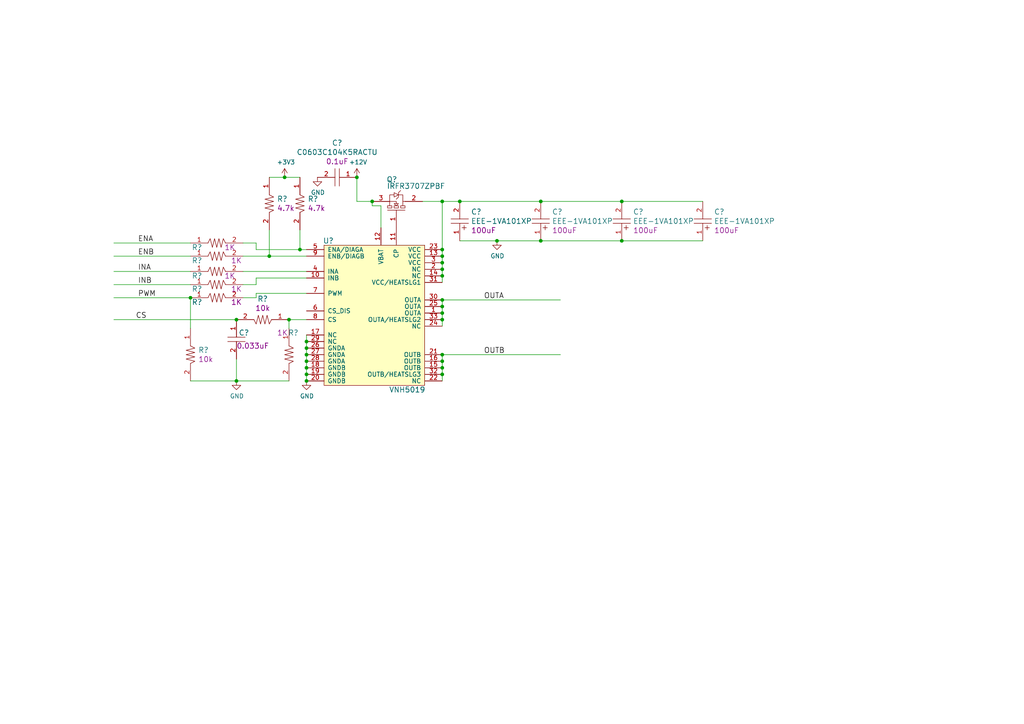
<source format=kicad_sch>
(kicad_sch (version 20230121) (generator eeschema)
  (paper "A4")
  (lib_symbols
    (symbol "Muscolo-rescue:+12V" (power) (pin_names (offset 0))
      (property "Value" "+12V" (at 0 3.556 0))
      (symbol "+12V_0_1"
        (polyline (pts (xy -0.762 1.27) (xy 0 2.54)))
        (polyline (pts (xy 0 0) (xy 0 2.54)))
        (polyline (pts (xy 0 2.54) (xy 0.762 1.27)))
      )
      (symbol "+12V_1_1"
        (pin power_in line (at 0 0 90) (length 0) hide (name "+12V") (number "1"))
      )
    )
    (symbol "Muscolo-rescue:+3.3V" (power) (pin_names (offset 0))
      (property "Value" "+3.3V" (at 0 3.556 0))
      (symbol "+3.3V_0_1"
        (polyline (pts (xy -0.762 1.27) (xy 0 2.54)))
        (polyline (pts (xy 0 0) (xy 0 2.54)))
        (polyline (pts (xy 0 2.54) (xy 0.762 1.27)))
      )
      (symbol "+3.3V_1_1"
        (pin power_in line (at 0 0 90) (length 0) hide (name "+3V3") (number "1"))
      )
    )
    (symbol "Muscolo-rescue:C0603C104K5RACTU" (pin_names (offset 1.016))
      (property "Reference" "C" (at -17.145 -1.27 0))
      (property "Value" "C0603C104K5RACTU" (at -7.62 -3.81 0))
      (property "Componen-Value" "0.1uF" (at -16.51 -6.35 0))
      (symbol "C0603C104K5RACTU_0_1"
        (polyline (pts (xy -0.635 2.54) (xy -0.635 -2.54)))
        (polyline (pts (xy 0.635 2.54) (xy 0.635 -2.54)))
      )
      (symbol "C0603C104K5RACTU_1_1"
        (pin input line (at -5.715 0 0) (length 5.08) (name "~") (number "1"))
        (pin input line (at 5.715 0 180) (length 5.08) (name "~") (number "2"))
      )
    )
    (symbol "Muscolo-rescue:EEE-1VA101XP" (pin_names (offset 1.016))
      (property "Reference" "C" (at -17.145 -1.27 0))
      (property "Value" "EEE-1VA101XP" (at -7.62 -3.81 0))
      (property "Componen-Value" "100uF" (at -16.51 -6.35 0))
      (symbol "EEE-1VA101XP_0_1"
        (polyline (pts (xy -2.54 -1.27) (xy -1.27 -1.27)))
        (polyline (pts (xy -1.905 -0.635) (xy -1.905 -1.905)))
        (polyline (pts (xy -0.635 2.54) (xy -0.635 -2.54)))
        (polyline (pts (xy 0.635 2.54) (xy 0.635 -2.54)))
      )
      (symbol "EEE-1VA101XP_1_1"
        (pin input line (at -5.715 0 0) (length 5.08) (name "~") (number "1"))
        (pin input line (at 5.715 0 180) (length 5.08) (name "~") (number "2"))
      )
    )
    (symbol "Muscolo-rescue:ERJ-3EKF1001V" (pin_names (offset 1.016))
      (property "Reference" "R" (at -7.62 8.89 0))
      (property "Value" "ERJ-3EKF1001V" (at 0 -3.81 0))
      (property "Component-Value" "1K" (at -6.985 -6.35 0))
      (symbol "ERJ-3EKF1001V_0_1"
        (polyline (pts (xy -2.54 0) (xy -1.905 1.27) (xy -1.27 -1.27) (xy -0.635 1.27) (xy 0 -1.27) (xy 0.635 1.27) (xy 1.27 -1.27) (xy 1.905 1.27) (xy 2.54 0)))
      )
      (symbol "ERJ-3EKF1001V_1_1"
        (pin input line (at -7.62 0 0) (length 5.08) (name "~") (number "1"))
        (pin input line (at 7.62 0 180) (length 5.08) (name "~") (number "2"))
      )
    )
    (symbol "Muscolo-rescue:ERJ-3GEYJ472V" (pin_names (offset 1.016))
      (property "Reference" "R" (at -7.62 8.89 0))
      (property "Value" "ERJ-3GEYJ472V" (at 0 -3.81 0))
      (property "Component-Value" "4.7k" (at -6.985 -6.35 0))
      (symbol "ERJ-3GEYJ472V_0_1"
        (polyline (pts (xy -2.54 0) (xy -1.905 1.27) (xy -1.27 -1.27) (xy -0.635 1.27) (xy 0 -1.27) (xy 0.635 1.27) (xy 1.27 -1.27) (xy 1.905 1.27) (xy 2.54 0)))
      )
      (symbol "ERJ-3GEYJ472V_1_1"
        (pin input line (at -7.62 0 0) (length 5.08) (name "~") (number "1"))
        (pin input line (at 7.62 0 180) (length 5.08) (name "~") (number "2"))
      )
    )
    (symbol "Muscolo-rescue:GND" (power) (pin_names (offset 0))
      (property "Value" "GND" (at 0 -3.81 0))
      (symbol "GND_0_1"
        (polyline (pts (xy 0 0) (xy 0 -1.27) (xy 1.27 -1.27) (xy 0 -2.54) (xy -1.27 -1.27) (xy 0 -1.27)))
      )
      (symbol "GND_1_1"
        (pin power_in line (at 0 0 270) (length 0) hide (name "GND") (number "1"))
      )
    )
    (symbol "Muscolo-rescue:IRFR3707ZPBF" (pin_names (offset 1.016))
      (property "Reference" "Q" (at -6.35 5.08 0))
      (property "Value" "IRFR3707ZPBF" (at 8.255 3.175 0))
      (symbol "IRFR3707ZPBF_0_1"
        (rectangle (start -1.27 -2.54) (end -1.905 -1.27))
        (rectangle (start -1.27 -0.635) (end -1.905 0.635))
        (rectangle (start -1.27 1.27) (end -1.905 2.54))
        (polyline (pts (xy -2.54 2.54) (xy -2.54 -2.54)))
        (polyline (pts (xy 0 1.905) (xy 0 2.54)))
        (polyline (pts (xy -1.27 1.905) (xy 1.905 1.905) (xy 1.905 0.635)))
        (polyline (pts (xy -0.635 0) (xy 0 0) (xy 0 -1.905)))
        (polyline (pts (xy 1.905 -0.635) (xy 1.905 -1.905) (xy -1.27 -1.905)))
        (polyline (pts (xy 1.905 0.635) (xy 1.27 0.635) (xy 0.635 0)))
        (polyline (pts (xy 1.905 0.635) (xy 2.54 0.635) (xy 3.175 1.27)))
        (polyline (pts (xy -1.27 0) (xy -0.635 0.635) (xy -0.635 -0.635) (xy -1.27 0)))
        (polyline (pts (xy 1.905 0.635) (xy 1.27 -0.635) (xy 2.54 -0.635) (xy 1.905 0.635)))
      )
      (symbol "IRFR3707ZPBF_1_1"
        (pin input line (at -7.62 0 0) (length 5.08) (name "~") (number "1"))
        (pin input line (at 0 7.62 270) (length 5.08) (name "~") (number "2"))
        (pin input line (at 0 -6.985 90) (length 5.08) (name "~") (number "3"))
      )
    )
    (symbol "Muscolo-rescue:RC2012F305CS" (pin_names (offset 1.016))
      (property "Reference" "R" (at -7.62 8.89 0))
      (property "Value" "RC2012F305CS" (at 0 -2.54 0))
      (property "Component-Value" "10k" (at -6.985 -6.35 0))
      (symbol "RC2012F305CS_0_1"
        (polyline (pts (xy -2.54 0) (xy -1.905 1.27) (xy -1.27 -1.27) (xy -0.635 1.27) (xy 0 -1.27) (xy 0.635 1.27) (xy 1.27 -1.27) (xy 1.905 1.27) (xy 2.54 0)))
      )
      (symbol "RC2012F305CS_1_1"
        (pin input line (at -7.62 0 0) (length 5.08) (name "~") (number "1"))
        (pin input line (at 7.62 0 180) (length 5.08) (name "~") (number "2"))
      )
    )
    (symbol "Muscolo-rescue:VJ0603Y333KXQCW1BC" (pin_names (offset 1.016))
      (property "Reference" "C" (at -17.145 -1.27 0))
      (property "Value" "VJ0603Y333KXQCW1BC" (at -7.62 -3.81 0))
      (property "Componen-Value" "0.033uF" (at -16.51 -6.35 0))
      (symbol "VJ0603Y333KXQCW1BC_0_1"
        (polyline (pts (xy -0.635 2.54) (xy -0.635 -2.54)))
        (polyline (pts (xy 0.635 2.54) (xy 0.635 -2.54)))
      )
      (symbol "VJ0603Y333KXQCW1BC_1_1"
        (pin input line (at -5.715 0 0) (length 5.08) (name "~") (number "1"))
        (pin input line (at 5.715 0 180) (length 5.08) (name "~") (number "2"))
      )
    )
    (symbol "Muscolo-rescue:VNH5019" (pin_names (offset 1.016))
      (property "Reference" "U" (at -13.335 18.415 0))
      (property "Value" "VNH5019" (at 9.525 -24.765 0))
      (symbol "VNH5019_0_1"
        (rectangle (start -14.605 17.145) (end 14.605 -23.495) (fill (type background)))
      )
      (symbol "VNH5019_1_1"
        (pin output line (at 19.685 -2.54 180) (length 5.08) (name "OUTA") (number "1"))
        (pin input line (at -19.685 7.62 0) (length 5.08) (name "INB") (number "10"))
        (pin output line (at 6.35 22.225 270) (length 5.08) (name "CP") (number "11"))
        (pin output line (at 1.905 22.225 270) (length 5.08) (name "VBAT") (number "12"))
        (pin input line (at 19.685 13.97 180) (length 5.08) (name "VCC") (number "13"))
        (pin input line (at 19.685 8.255 180) (length 5.08) (name "NC") (number "14"))
        (pin output line (at 19.685 -18.415 180) (length 5.08) (name "OUTB") (number "15"))
        (pin output line (at 19.685 -16.51 180) (length 5.08) (name "OUTB") (number "16"))
        (pin input line (at -19.685 -8.89 0) (length 5.08) (name "NC") (number "17"))
        (pin input line (at -19.685 -18.415 0) (length 5.08) (name "GNDB") (number "18"))
        (pin input line (at -19.685 -20.32 0) (length 5.08) (name "GNDB") (number "19"))
        (pin input line (at 19.685 10.16 180) (length 5.08) (name "NC") (number "2"))
        (pin input line (at -19.685 -22.225 0) (length 5.08) (name "GNDB") (number "20"))
        (pin output line (at 19.685 -14.605 180) (length 5.08) (name "OUTB") (number "21"))
        (pin output line (at 19.685 -22.225 180) (length 5.08) (name "NC") (number "22"))
        (pin input line (at 19.685 15.875 180) (length 5.08) (name "VCC") (number "23"))
        (pin output line (at 19.685 -6.35 180) (length 5.08) (name "NC") (number "24"))
        (pin output line (at 19.685 -0.635 180) (length 5.08) (name "OUTA") (number "25"))
        (pin input line (at -19.685 -12.7 0) (length 5.08) (name "GNDA") (number "26"))
        (pin input line (at -19.685 -14.605 0) (length 5.08) (name "GNDA") (number "27"))
        (pin input line (at -19.685 -16.51 0) (length 5.08) (name "GNDA") (number "28"))
        (pin input line (at -19.685 -10.795 0) (length 5.08) (name "NC") (number "29"))
        (pin input line (at 19.685 12.065 180) (length 5.08) (name "VCC") (number "3"))
        (pin output line (at 19.685 1.27 180) (length 5.08) (name "OUTA") (number "30"))
        (pin input line (at 19.685 6.35 180) (length 5.08) (name "VCC/HEATSLG1") (number "31"))
        (pin output line (at 19.685 -20.32 180) (length 5.08) (name "OUTB/HEATSLG3") (number "32"))
        (pin output line (at 19.685 -4.445 180) (length 5.08) (name "OUTA/HEATSLG2") (number "33"))
        (pin input line (at -19.685 9.525 0) (length 5.08) (name "INA") (number "4"))
        (pin input line (at -19.685 15.875 0) (length 5.08) (name "ENA/DIAGA") (number "5"))
        (pin input line (at -19.685 -1.905 0) (length 5.08) (name "CS_DIS") (number "6"))
        (pin input line (at -19.685 3.175 0) (length 5.08) (name "PWM") (number "7"))
        (pin input line (at -19.685 -4.445 0) (length 5.08) (name "CS") (number "8"))
        (pin input line (at -19.685 13.97 0) (length 5.08) (name "ENB/DIAGB") (number "9"))
      )
    )
  )
  (junction (at 128.27 86.995))
  (junction (at 128.27 102.87))
  (junction (at 68.58 92.71))
  (junction (at 88.9 99.06))
  (junction (at 88.9 108.585))
  (junction (at 55.245 86.36))
  (junction (at 128.27 90.805))
  (junction (at 86.995 72.39))
  (junction (at 68.58 110.49))
  (junction (at 144.145 69.85))
  (junction (at 180.34 58.42))
  (junction (at 83.82 92.71))
  (junction (at 88.9 102.87))
  (junction (at 128.27 104.775))
  (junction (at 128.27 92.71))
  (junction (at 78.105 74.295))
  (junction (at 128.27 80.01))
  (junction (at 128.27 58.42))
  (junction (at 128.27 74.295))
  (junction (at 88.9 100.965))
  (junction (at 107.95 58.42))
  (junction (at 88.9 110.49))
  (junction (at 180.34 69.85))
  (junction (at 128.27 106.68))
  (junction (at 128.27 78.105))
  (junction (at 88.9 104.775))
  (junction (at 156.845 69.85))
  (junction (at 128.27 76.2))
  (junction (at 156.845 58.42))
  (junction (at 128.27 108.585))
  (junction (at 133.35 58.42))
  (junction (at 128.27 88.9))
  (junction (at 82.55 51.435))
  (junction (at 103.505 51.435))
  (junction (at 128.27 72.39))
  (junction (at 88.9 106.68))
  (wire (pts (xy 74.295 70.485) (xy 74.295 72.39)))
  (wire (pts (xy 128.27 74.295) (xy 128.27 76.2)))
  (wire (pts (xy 180.34 58.42) (xy 203.835 58.42)))
  (wire (pts (xy 78.105 74.295) (xy 88.9 74.295)))
  (wire (pts (xy 55.245 86.36) (xy 55.245 95.25)))
  (wire (pts (xy 68.58 104.14) (xy 68.58 110.49)))
  (wire (pts (xy 133.35 69.85) (xy 144.145 69.85)))
  (wire (pts (xy 88.9 92.71) (xy 83.82 92.71)))
  (wire (pts (xy 128.27 102.87) (xy 128.27 104.775)))
  (wire (pts (xy 74.295 82.55) (xy 74.295 80.645)))
  (wire (pts (xy 70.485 74.295) (xy 78.105 74.295)))
  (wire (pts (xy 128.27 80.01) (xy 128.27 81.915)))
  (wire (pts (xy 86.995 72.39) (xy 88.9 72.39)))
  (wire (pts (xy 88.9 97.155) (xy 88.9 99.06)))
  (wire (pts (xy 128.27 90.805) (xy 128.27 92.71)))
  (wire (pts (xy 128.27 102.87) (xy 162.56 102.87)))
  (wire (pts (xy 128.27 108.585) (xy 128.27 110.49)))
  (wire (pts (xy 88.9 104.775) (xy 88.9 106.68)))
  (wire (pts (xy 128.27 92.71) (xy 128.27 94.615)))
  (wire (pts (xy 128.27 106.68) (xy 128.27 108.585)))
  (wire (pts (xy 83.82 110.49) (xy 68.58 110.49)))
  (wire (pts (xy 70.485 82.55) (xy 74.295 82.55)))
  (wire (pts (xy 55.245 70.485) (xy 33.02 70.485)))
  (wire (pts (xy 68.58 110.49) (xy 55.245 110.49)))
  (wire (pts (xy 55.245 74.295) (xy 33.02 74.295)))
  (wire (pts (xy 88.9 99.06) (xy 88.9 100.965)))
  (wire (pts (xy 128.27 58.42) (xy 133.35 58.42)))
  (wire (pts (xy 110.49 66.04) (xy 110.49 59.69)))
  (wire (pts (xy 128.27 58.42) (xy 128.27 72.39)))
  (wire (pts (xy 86.995 66.675) (xy 86.995 72.39)))
  (wire (pts (xy 78.105 51.435) (xy 82.55 51.435)))
  (wire (pts (xy 70.485 70.485) (xy 74.295 70.485)))
  (wire (pts (xy 128.27 86.995) (xy 162.56 86.995)))
  (wire (pts (xy 103.505 58.42) (xy 107.95 58.42)))
  (wire (pts (xy 78.105 66.675) (xy 78.105 74.295)))
  (wire (pts (xy 88.9 106.68) (xy 88.9 108.585)))
  (wire (pts (xy 133.35 58.42) (xy 156.845 58.42)))
  (wire (pts (xy 68.58 92.71) (xy 33.02 92.71)))
  (wire (pts (xy 55.245 82.55) (xy 33.02 82.55)))
  (wire (pts (xy 103.505 58.42) (xy 103.505 51.435)))
  (wire (pts (xy 107.95 59.69) (xy 107.95 58.42)))
  (wire (pts (xy 156.845 69.85) (xy 180.34 69.85)))
  (wire (pts (xy 88.9 102.87) (xy 88.9 104.775)))
  (wire (pts (xy 88.9 78.74) (xy 70.485 78.74)))
  (wire (pts (xy 180.34 69.85) (xy 203.835 69.85)))
  (wire (pts (xy 110.49 59.69) (xy 107.95 59.69)))
  (wire (pts (xy 74.295 85.09) (xy 88.9 85.09)))
  (wire (pts (xy 55.245 86.36) (xy 33.02 86.36)))
  (wire (pts (xy 122.555 58.42) (xy 128.27 58.42)))
  (wire (pts (xy 128.27 104.775) (xy 128.27 106.68)))
  (wire (pts (xy 55.245 78.74) (xy 33.02 78.74)))
  (wire (pts (xy 88.9 108.585) (xy 88.9 110.49)))
  (wire (pts (xy 74.295 80.645) (xy 88.9 80.645)))
  (wire (pts (xy 128.27 78.105) (xy 128.27 80.01)))
  (wire (pts (xy 128.27 86.995) (xy 128.27 88.9)))
  (wire (pts (xy 82.55 51.435) (xy 86.995 51.435)))
  (wire (pts (xy 128.27 76.2) (xy 128.27 78.105)))
  (wire (pts (xy 128.27 88.9) (xy 128.27 90.805)))
  (wire (pts (xy 144.145 69.85) (xy 156.845 69.85)))
  (wire (pts (xy 128.27 72.39) (xy 128.27 74.295)))
  (wire (pts (xy 70.485 86.36) (xy 74.295 86.36)))
  (wire (pts (xy 74.295 72.39) (xy 86.995 72.39)))
  (wire (pts (xy 74.295 86.36) (xy 74.295 85.09)))
  (wire (pts (xy 156.845 58.42) (xy 180.34 58.42)))
  (wire (pts (xy 88.9 100.965) (xy 88.9 102.87)))
  (wire (pts (xy 83.82 92.71) (xy 83.82 95.25)))
  (label "PWM" (at 40.005 86.36 0) (effects (font (size 1.524 1.524))))
  (label "OUTA" (at 140.335 86.995 0) (effects (font (size 1.524 1.524))))
  (label "ENB" (at 40.005 74.295 0) (effects (font (size 1.524 1.524))))
  (label "ENA" (at 40.005 70.485 0) (effects (font (size 1.524 1.524))))
  (label "OUTB" (at 140.335 102.87 0) (effects (font (size 1.524 1.524))))
  (label "INA" (at 40.005 78.74 0) (effects (font (size 1.524 1.524))))
  (label "INB" (at 40.005 82.55 0) (effects (font (size 1.524 1.524))))
  (label "CS" (at 39.37 92.71 0) (effects (font (size 1.524 1.524))))
  (symbol (lib_id "Muscolo-rescue:VNH5019") (at 108.585 88.265 0) (unit 1)
    (property "Reference" "U?" (at 95.25 69.85 0) (effects (font (size 1.524 1.524))))
    (property "Value" "VNH5019" (at 118.11 113.03 0) (effects (font (size 1.524 1.524))))
    (property "Footprint" "OnHand-Components:VNH5019ATR-E" (effects hide))
    (property "Datasheet" "http://www.st.com/content/ccc/resource/technical/document/datasheet/1c/26/60/a8/3e/70/4c/e1/CD00234623.pdf/files/CD00234623.pdf/jcr:content/translations/en.CD00234623.pdf" (effects hide))
    (property "Cost" "4.48875 @ 1000" (effects hide))
    (property "Date Created" "13 Sept 2016" (effects hide))
    (property "Date Modified" "13 Sept 2016" (effects hide))
    (property "Designer" "Adam Vadala-Roth" (effects hide))
    (property "Height" "1.85mm" (effects hide))
    (property "MFR" "STMicroelectronics" (effects hide))
    (property "MFR#" "VNH5019ATR-E" (effects hide))
    (property "Mounting" "SMT/SMD" (effects hide))
    (property "Pin Count#" "30" (effects hide))
    (property "Status" "Active" (effects hide))
    (property "Tolerance" "N/A" (effects hide))
    (property "Type" "High current H-bridge" (effects hide))
    (property "Voltage" "12-30VDC" (effects hide))
    (property "Wattage" "N/A" (effects hide))
    (property "Component-Value" "N/A" (effects hide))
    (property "Description" "Motor Driver Power MOSFET Parallel, PWM MultiPowerSO-30" (effects hide))
  )
  (symbol (lib_id "Muscolo-rescue:ERJ-3EKF1001V") (at 62.865 70.485 0) (unit 1)
    (property "Reference" "R?" (at 57.15 71.755 0) (effects (font (size 1.524 1.524))))
    (property "Value" "ERJ-3EKF1001V" (effects hide))
    (property "Footprint" "OnHand-Components:R0603" (effects hide))
    (property "Datasheet" "http://industrial.panasonic.com/www-cgi/jvcr13pz.cgi?E+PZ+3+AOA0002+ERJ3EKF1001V+7+WW" (effects hide))
    (property "Cost" "0.00247 @ 5000" (effects hide))
    (property "Date Created" "13 Sept 2016" (effects hide))
    (property "Date Modified" "13 Sept 2016" (effects hide))
    (property "Designer" "Adam Vadala-Roth" (effects hide))
    (property "Height" "0.4mm" (effects hide))
    (property "RHoS?" "Yes" (effects hide))
    (property "MFR" "Panasonic Electronic Components" (effects hide))
    (property "MFR#" "ERJ-3EKF1001V" (effects hide))
    (property "Mounting" "SMT/SMD" (effects hide))
    (property "Pin Count#" "2" (effects hide))
    (property "Status" "Active" (effects hide))
    (property "Tolerance" "1%" (effects hide))
    (property "Type" "0603 Resistor" (effects hide))
    (property "Voltage" "N/A" (effects hide))
    (property "Wattage" "1/10" (effects hide))
    (property "Component-Value" "1K" (at 66.675 71.755 0) (effects (font (size 1.524 1.524))))
    (property "Description" "RES SMD 1K OHM 1% 1/10W 0603" (effects hide))
  )
  (symbol (lib_id "Muscolo-rescue:ERJ-3EKF1001V") (at 62.865 74.295 0) (unit 1)
    (property "Reference" "R?" (at 57.15 75.565 0) (effects (font (size 1.524 1.524))))
    (property "Value" "ERJ-3EKF1001V" (effects hide))
    (property "Footprint" "OnHand-Components:R0603" (effects hide))
    (property "Datasheet" "http://industrial.panasonic.com/www-cgi/jvcr13pz.cgi?E+PZ+3+AOA0002+ERJ3EKF1001V+7+WW" (effects hide))
    (property "Cost" "0.00247 @ 5000" (effects hide))
    (property "Date Created" "13 Sept 2016" (effects hide))
    (property "Date Modified" "13 Sept 2016" (effects hide))
    (property "Designer" "Adam Vadala-Roth" (effects hide))
    (property "Height" "0.4mm" (effects hide))
    (property "RHoS?" "Yes" (effects hide))
    (property "MFR" "Panasonic Electronic Components" (effects hide))
    (property "MFR#" "ERJ-3EKF1001V" (effects hide))
    (property "Mounting" "SMT/SMD" (effects hide))
    (property "Pin Count#" "2" (effects hide))
    (property "Status" "Active" (effects hide))
    (property "Tolerance" "1%" (effects hide))
    (property "Type" "0603 Resistor" (effects hide))
    (property "Voltage" "N/A" (effects hide))
    (property "Wattage" "1/10" (effects hide))
    (property "Component-Value" "1K" (at 68.58 75.565 0) (effects (font (size 1.524 1.524))))
    (property "Description" "RES SMD 1K OHM 1% 1/10W 0603" (effects hide))
  )
  (symbol (lib_id "Muscolo-rescue:ERJ-3EKF1001V") (at 62.865 78.74 0) (unit 1)
    (property "Reference" "R?" (at 57.15 80.01 0) (effects (font (size 1.524 1.524))))
    (property "Value" "ERJ-3EKF1001V" (effects hide))
    (property "Footprint" "OnHand-Components:R0603" (effects hide))
    (property "Datasheet" "http://industrial.panasonic.com/www-cgi/jvcr13pz.cgi?E+PZ+3+AOA0002+ERJ3EKF1001V+7+WW" (effects hide))
    (property "Cost" "0.00247 @ 5000" (effects hide))
    (property "Date Created" "13 Sept 2016" (effects hide))
    (property "Date Modified" "13 Sept 2016" (effects hide))
    (property "Designer" "Adam Vadala-Roth" (effects hide))
    (property "Height" "0.4mm" (effects hide))
    (property "RHoS?" "Yes" (effects hide))
    (property "MFR" "Panasonic Electronic Components" (effects hide))
    (property "MFR#" "ERJ-3EKF1001V" (effects hide))
    (property "Mounting" "SMT/SMD" (effects hide))
    (property "Pin Count#" "2" (effects hide))
    (property "Status" "Active" (effects hide))
    (property "Tolerance" "1%" (effects hide))
    (property "Type" "0603 Resistor" (effects hide))
    (property "Voltage" "N/A" (effects hide))
    (property "Wattage" "1/10" (effects hide))
    (property "Component-Value" "1K" (at 66.675 80.01 0) (effects (font (size 1.524 1.524))))
    (property "Description" "RES SMD 1K OHM 1% 1/10W 0603" (effects hide))
  )
  (symbol (lib_id "Muscolo-rescue:ERJ-3EKF1001V") (at 62.865 82.55 0) (unit 1)
    (property "Reference" "R?" (at 57.15 83.82 0) (effects (font (size 1.524 1.524))))
    (property "Value" "ERJ-3EKF1001V" (effects hide))
    (property "Footprint" "OnHand-Components:R0603" (effects hide))
    (property "Datasheet" "http://industrial.panasonic.com/www-cgi/jvcr13pz.cgi?E+PZ+3+AOA0002+ERJ3EKF1001V+7+WW" (effects hide))
    (property "Cost" "0.00247 @ 5000" (effects hide))
    (property "Date Created" "13 Sept 2016" (effects hide))
    (property "Date Modified" "13 Sept 2016" (effects hide))
    (property "Designer" "Adam Vadala-Roth" (effects hide))
    (property "Height" "0.4mm" (effects hide))
    (property "RHoS?" "Yes" (effects hide))
    (property "MFR" "Panasonic Electronic Components" (effects hide))
    (property "MFR#" "ERJ-3EKF1001V" (effects hide))
    (property "Mounting" "SMT/SMD" (effects hide))
    (property "Pin Count#" "2" (effects hide))
    (property "Status" "Active" (effects hide))
    (property "Tolerance" "1%" (effects hide))
    (property "Type" "0603 Resistor" (effects hide))
    (property "Voltage" "N/A" (effects hide))
    (property "Wattage" "1/10" (effects hide))
    (property "Component-Value" "1K" (at 68.58 83.82 0) (effects (font (size 1.524 1.524))))
    (property "Description" "RES SMD 1K OHM 1% 1/10W 0603" (effects hide))
  )
  (symbol (lib_id "Muscolo-rescue:ERJ-3EKF1001V") (at 62.865 86.36 0) (unit 1)
    (property "Reference" "R?" (at 57.15 87.63 0) (effects (font (size 1.524 1.524))))
    (property "Value" "ERJ-3EKF1001V" (effects hide))
    (property "Footprint" "OnHand-Components:R0603" (effects hide))
    (property "Datasheet" "http://industrial.panasonic.com/www-cgi/jvcr13pz.cgi?E+PZ+3+AOA0002+ERJ3EKF1001V+7+WW" (effects hide))
    (property "Cost" "0.00247 @ 5000" (effects hide))
    (property "Date Created" "13 Sept 2016" (effects hide))
    (property "Date Modified" "13 Sept 2016" (effects hide))
    (property "Designer" "Adam Vadala-Roth" (effects hide))
    (property "Height" "0.4mm" (effects hide))
    (property "RHoS?" "Yes" (effects hide))
    (property "MFR" "Panasonic Electronic Components" (effects hide))
    (property "MFR#" "ERJ-3EKF1001V" (effects hide))
    (property "Mounting" "SMT/SMD" (effects hide))
    (property "Pin Count#" "2" (effects hide))
    (property "Status" "Active" (effects hide))
    (property "Tolerance" "1%" (effects hide))
    (property "Type" "0603 Resistor" (effects hide))
    (property "Voltage" "N/A" (effects hide))
    (property "Wattage" "1/10" (effects hide))
    (property "Component-Value" "1K" (at 68.58 87.63 0) (effects (font (size 1.524 1.524))))
    (property "Description" "RES SMD 1K OHM 1% 1/10W 0603" (effects hide))
  )
  (symbol (lib_id "Muscolo-rescue:ERJ-3GEYJ472V") (at 78.105 59.055 270) (unit 1)
    (property "Reference" "R?" (at 80.3402 57.7088 90) (effects (font (size 1.524 1.524)) (justify left)))
    (property "Value" "ERJ-3GEYJ472V" (effects hide))
    (property "Footprint" "OnHand-Components:R0603" (effects hide))
    (property "Datasheet" "http://industrial.panasonic.com/www-cgi/jvcr13pz.cgi?E+PZ+3+AOA0001+ERJ3GEYJ472V+7+WW" (effects hide))
    (property "Cost" "0.00209 @ 5000" (effects hide))
    (property "Date Created" "13 Sept 2016" (effects hide))
    (property "Date Modified" "13 Sept 2016" (effects hide))
    (property "Designer" "Adam Vadala-Roth" (effects hide))
    (property "Height" "0.55mm" (effects hide))
    (property "RHoS?" "Yes" (effects hide))
    (property "MFR" "Panasonic Electronic Components" (effects hide))
    (property "MFR#" "ERJ-3GEYJ472V" (effects hide))
    (property "Mounting" "SMT/SMD" (effects hide))
    (property "Pin Count#" "2" (effects hide))
    (property "Status" "Active" (effects hide))
    (property "Tolerance" "1%" (effects hide))
    (property "Type" "0603 Resistor" (effects hide))
    (property "Voltage" "N/A" (effects hide))
    (property "Wattage" "1/10" (effects hide))
    (property "Component-Value" "4.7k" (at 80.3402 60.4012 90) (effects (font (size 1.524 1.524)) (justify left)))
    (property "Description" "RES SMD 4.7K OHM 5% 1/10W 0603" (effects hide))
  )
  (symbol (lib_id "Muscolo-rescue:ERJ-3GEYJ472V") (at 86.995 59.055 270) (unit 1)
    (property "Reference" "R?" (at 89.2302 57.7088 90) (effects (font (size 1.524 1.524)) (justify left)))
    (property "Value" "ERJ-3GEYJ472V" (effects hide))
    (property "Footprint" "OnHand-Components:R0603" (effects hide))
    (property "Datasheet" "http://industrial.panasonic.com/www-cgi/jvcr13pz.cgi?E+PZ+3+AOA0001+ERJ3GEYJ472V+7+WW" (effects hide))
    (property "Cost" "0.00209 @ 5000" (effects hide))
    (property "Date Created" "13 Sept 2016" (effects hide))
    (property "Date Modified" "13 Sept 2016" (effects hide))
    (property "Designer" "Adam Vadala-Roth" (effects hide))
    (property "Height" "0.55mm" (effects hide))
    (property "RHoS?" "Yes" (effects hide))
    (property "MFR" "Panasonic Electronic Components" (effects hide))
    (property "MFR#" "ERJ-3GEYJ472V" (effects hide))
    (property "Mounting" "SMT/SMD" (effects hide))
    (property "Pin Count#" "2" (effects hide))
    (property "Status" "Active" (effects hide))
    (property "Tolerance" "1%" (effects hide))
    (property "Type" "0603 Resistor" (effects hide))
    (property "Voltage" "N/A" (effects hide))
    (property "Wattage" "1/10" (effects hide))
    (property "Component-Value" "4.7k" (at 89.2302 60.4012 90) (effects (font (size 1.524 1.524)) (justify left)))
    (property "Description" "RES SMD 4.7K OHM 5% 1/10W 0603" (effects hide))
  )
  (symbol (lib_id "Muscolo-rescue:+3.3V") (at 82.55 51.435 0) (unit 1)
    (property "Reference" "#PWR?" (effects hide))
    (property "Value" "+3.3V" (at 82.931 47.0408 0))
  )
  (symbol (lib_id "Muscolo-rescue:GND") (at 88.9 110.49 0) (unit 1)
    (property "Reference" "#PWR?" (effects hide))
    (property "Value" "GND" (at 89.027 114.8842 0))
  )
  (symbol (lib_id "Muscolo-rescue:RC2012F305CS") (at 55.245 102.87 270) (unit 1)
    (property "Reference" "R?" (at 57.4802 101.5238 90) (effects (font (size 1.524 1.524)) (justify left)))
    (property "Value" "RC2012F305CS" (effects hide))
    (property "Footprint" "OnHand-Components:R0603" (effects hide))
    (property "Datasheet" "http://www.mouser.com/ds/2/418/NG_DS_1773272_J-724538.pdf" (effects hide))
    (property "Cost" "0.64" (effects hide))
    (property "Date Created" "5 Oct 2016" (effects hide))
    (property "Date Modified" "5 Oct 2016" (effects hide))
    (property "Designer" "Adam Vadala-Roth" (effects hide))
    (property "Height" "0.45mm" (effects hide))
    (property "RHoS?" "Yes" (effects hide))
    (property "MFR" "TE Connectivity / Holsworthy" (effects hide))
    (property "MFR#" "RP73D1J10KBTDG" (effects hide))
    (property "Mounting" "SMT/SMD" (effects hide))
    (property "Pin Count#" "2" (effects hide))
    (property "Status" "Active" (effects hide))
    (property "Tolerance" "1%" (effects hide))
    (property "Type" "0603 Resistor" (effects hide))
    (property "Voltage" "N/A" (effects hide))
    (property "Wattage" "1/8" (effects hide))
    (property "Component-Value" "10k" (at 57.4802 104.2162 90) (effects (font (size 1.524 1.524)) (justify left)))
    (property "Description" "RES SMD 10k OHM 1% 0603" (effects hide))
  )
  (symbol (lib_id "Muscolo-rescue:GND") (at 68.58 110.49 0) (unit 1)
    (property "Reference" "#PWR?" (effects hide))
    (property "Value" "GND" (at 68.707 114.8842 0))
  )
  (symbol (lib_id "Muscolo-rescue:ERJ-3EKF1001V") (at 83.82 102.87 270) (unit 1)
    (property "Reference" "R?" (at 85.09 96.52 90) (effects (font (size 1.524 1.524))))
    (property "Value" "ERJ-3EKF1001V" (effects hide))
    (property "Footprint" "OnHand-Components:R0603" (effects hide))
    (property "Datasheet" "http://industrial.panasonic.com/www-cgi/jvcr13pz.cgi?E+PZ+3+AOA0002+ERJ3EKF1001V+7+WW" (effects hide))
    (property "Cost" "0.00247 @ 5000" (effects hide))
    (property "Date Created" "13 Sept 2016" (effects hide))
    (property "Date Modified" "13 Sept 2016" (effects hide))
    (property "Designer" "Adam Vadala-Roth" (effects hide))
    (property "Height" "0.4mm" (effects hide))
    (property "RHoS?" "Yes" (effects hide))
    (property "MFR" "Panasonic Electronic Components" (effects hide))
    (property "MFR#" "ERJ-3EKF1001V" (effects hide))
    (property "Mounting" "SMT/SMD" (effects hide))
    (property "Pin Count#" "2" (effects hide))
    (property "Status" "Active" (effects hide))
    (property "Tolerance" "1%" (effects hide))
    (property "Type" "0603 Resistor" (effects hide))
    (property "Voltage" "N/A" (effects hide))
    (property "Wattage" "1/10" (effects hide))
    (property "Component-Value" "1K" (at 81.915 96.52 90) (effects (font (size 1.524 1.524))))
    (property "Description" "RES SMD 1K OHM 1% 1/10W 0603" (effects hide))
  )
  (symbol (lib_id "Muscolo-rescue:RC2012F305CS") (at 76.2 92.71 180) (unit 1)
    (property "Reference" "R?" (at 76.2 86.6902 0) (effects (font (size 1.524 1.524))))
    (property "Value" "RC2012F305CS" (effects hide))
    (property "Footprint" "OnHand-Components:R0603" (effects hide))
    (property "Datasheet" "http://www.mouser.com/ds/2/418/NG_DS_1773272_J-724538.pdf" (effects hide))
    (property "Cost" "0.64" (effects hide))
    (property "Date Created" "5 Oct 2016" (effects hide))
    (property "Date Modified" "5 Oct 2016" (effects hide))
    (property "Designer" "Adam Vadala-Roth" (effects hide))
    (property "Height" "0.45mm" (effects hide))
    (property "RHoS?" "Yes" (effects hide))
    (property "MFR" "TE Connectivity / Holsworthy" (effects hide))
    (property "MFR#" "RP73D1J10KBTDG" (effects hide))
    (property "Mounting" "SMT/SMD" (effects hide))
    (property "Pin Count#" "2" (effects hide))
    (property "Status" "Active" (effects hide))
    (property "Tolerance" "1%" (effects hide))
    (property "Type" "0603 Resistor" (effects hide))
    (property "Voltage" "N/A" (effects hide))
    (property "Wattage" "1/8" (effects hide))
    (property "Component-Value" "10k" (at 76.2 89.3826 0) (effects (font (size 1.524 1.524))))
    (property "Description" "RES SMD 10k OHM 1% 0603" (effects hide))
  )
  (symbol (lib_id "Muscolo-rescue:VJ0603Y333KXQCW1BC") (at 68.58 98.425 270) (unit 1)
    (property "Reference" "C?" (at 69.215 96.52 90) (effects (font (size 1.524 1.524)) (justify left)))
    (property "Value" "VJ0603Y333KXQCW1BC" (effects hide))
    (property "Footprint" "OnHand-Components:C0603" (effects hide))
    (property "Datasheet" "http://www.mouser.com/ds/2/427/vjw1bcbascomseries-223529.pdf" (effects hide))
    (property "Cost" "0.018 @ 1000" (effects hide))
    (property "Date Created" "5 Oct 2016" (effects hide))
    (property "Date Modifed" "5 Oct 2016" (effects hide))
    (property "Designer" "Adam Vadala-Roth" (effects hide))
    (property "Height" "0.95mm" (effects hide))
    (property "RHoS?" "Yes" (effects hide))
    (property "MFR" "Vishay / Vitramon" (effects hide))
    (property "MFR#" "VJ0603Y333KXQCW1BC" (effects hide))
    (property "Mounting" "SMT/SMD" (effects hide))
    (property "Pin Count#" "2" (effects hide))
    (property "Status" "Active" (effects hide))
    (property "Tolerance" "10%" (effects hide))
    (property "Type" "Ceramic Capacitor 0603" (effects hide))
    (property "Voltage" "10V" (effects hide))
    (property "Wattage" "N/A" (effects hide))
    (property "Componen-Value" "0.033uF" (at 68.58 100.33 90) (effects (font (size 1.524 1.524)) (justify left)))
    (property "Description" "0.033uF 10V Multilayer Ceramic Capacitors MLCC - SMD/SMT" (effects hide))
  )
  (symbol (lib_id "Muscolo-rescue:IRFR3707ZPBF") (at 114.935 58.42 270) (mirror x) (unit 1)
    (property "Reference" "Q?" (at 113.665 52.07 90) (effects (font (size 1.524 1.524))))
    (property "Value" "IRFR3707ZPBF" (at 120.65 53.975 90) (effects (font (size 1.524 1.524))))
    (property "Footprint" "OnHand-Components:IRFR3707ZPBF" (effects hide))
    (property "Datasheet" "http://www.mouser.com/ds/2/196/Infineon-IRFR3707Z-DS-v01_02-EN-936378.pdf" (effects hide))
    (property "Cost" "0.379 @ 1000" (effects hide))
    (property "Date Created " "5 Oct 2016" (effects hide))
    (property "Date Modified" "5 Oct 2016" (effects hide))
    (property "Designer" "Adam Vadala-Roth" (effects hide))
    (property "Height" "0.4mm" (effects hide))
    (property "RHoS?" "Yes" (effects hide))
    (property "MFR" "Infineon Technologies" (effects hide))
    (property "MFR#" "IRFR3707ZPBF" (effects hide))
    (property "Mounting" "SMT/SMD" (effects hide))
    (property "Pin Count#" "2" (effects hide))
    (property "Status" "Active" (effects hide))
    (property "Tolerance" "N/A" (effects hide))
    (property "Type" "MOSFET" (effects hide))
    (property "Voltage" "30V" (effects hide))
    (property "Wattage" "N/A" (effects hide))
    (property "Component-Value" "N/A" (effects hide))
    (property "Description" "MOSFET N-CH 30V 56A TO-252-3" (effects hide))
  )
  (symbol (lib_id "Muscolo-rescue:+12V") (at 103.505 51.435 0) (unit 1)
    (property "Reference" "#PWR?" (effects hide))
    (property "Value" "+12V" (at 103.886 47.0408 0))
  )
  (symbol (lib_id "Muscolo-rescue:C0603C104K5RACTU") (at 97.79 51.435 180) (unit 1)
    (property "Reference" "C?" (at 97.79 41.4528 0) (effects (font (size 1.524 1.524))))
    (property "Value" "C0603C104K5RACTU" (at 97.79 44.1452 0) (effects (font (size 1.524 1.524))))
    (property "Footprint" "OnHand-Components:C0805" (effects hide))
    (property "Datasheet" "http://www.kemet.com/docfinder?Partnumber=C0603C104K5RACTU" (effects hide))
    (property "Cost" "0.09981 @ 4000" (effects hide))
    (property "Date Created" "13 Sept 2016" (effects hide))
    (property "Date Modifed" "13 Sept 2016" (effects hide))
    (property "Designer" "Adam Vadala-Roth" (effects hide))
    (property "Height" "1.4mm" (effects hide))
    (property "RHoS?" "Yes" (effects hide))
    (property "MFR" "Kemet" (effects hide))
    (property "MFR#" "C0603C104K5RACTU" (effects hide))
    (property "Mounting" "SMT/SMD" (effects hide))
    (property "Pin Count#" "2" (effects hide))
    (property "Status" "Active" (effects hide))
    (property "Tolerance" "10%" (effects hide))
    (property "Type" "Ceramic Capacitor 0603" (effects hide))
    (property "Voltage" "6.3V" (effects hide))
    (property "Wattage" "N/A" (effects hide))
    (property "Componen-Value" "0.1uF" (at 97.79 46.8376 0) (effects (font (size 1.524 1.524))))
    (property "Description" "0.10µF 50V Ceramic Capacitor X7R 0603 (1608 Metric) 0.063\" L x 0.031\" W (1.60mm x 0.80mm)" (effects hide))
  )
  (symbol (lib_id "Muscolo-rescue:GND") (at 92.075 51.435 0) (unit 1)
    (property "Reference" "#PWR?" (effects hide))
    (property "Value" "GND" (at 92.202 55.8292 0))
  )
  (symbol (lib_id "Muscolo-rescue:EEE-1VA101XP") (at 133.35 64.135 90) (unit 1)
    (property "Reference" "C?" (at 136.6012 61.4426 90) (effects (font (size 1.524 1.524)) (justify right)))
    (property "Value" "EEE-1VA101XP" (at 136.6012 64.135 90) (effects (font (size 1.524 1.524)) (justify right)))
    (property "Footprint" "OnHand-Components:EEE-1VA101XP" (effects hide))
    (property "Datasheet" "https://industrial.panasonic.com/cdbs/www-data/pdf/RDE0000/ABA0000C726.pdf" (effects hide))
    (property "Cost" "0.10217 @ 4500" (effects hide))
    (property "Date Created" "13 Sept 2016" (effects hide))
    (property "Date Modifed" "13 Sept 2016" (effects hide))
    (property "Designer" "Adam Vadala-Roth" (effects hide))
    (property "Height" "7.7mm" (effects hide))
    (property "RHoS?" "Yes" (effects hide))
    (property "MFR" "Panasonic Electronic Components" (effects hide))
    (property "MFR#" "EEE-1VA101XP" (effects hide))
    (property "Mounting" "SMT/SMD" (effects hide))
    (property "Pin Count#" "2" (effects hide))
    (property "Status" "Active" (effects hide))
    (property "Tolerance" "20%" (effects hide))
    (property "Type" "Aluminum Capacitor Panasonic VS C Seies" (effects hide))
    (property "Voltage" "35V" (effects hide))
    (property "Wattage" "N/A" (effects hide))
    (property "Componen-Value" "100uF" (at 136.6012 66.8274 90) (effects (font (size 1.524 1.524)) (justify right)))
    (property "Description" "100µF 35V Aluminum Capacitors Radial, Can - SMD 2000 Hrs @ 85°C" (effects hide))
  )
  (symbol (lib_id "Muscolo-rescue:EEE-1VA101XP") (at 156.845 64.135 90) (unit 1)
    (property "Reference" "C?" (at 160.0962 61.4426 90) (effects (font (size 1.524 1.524)) (justify right)))
    (property "Value" "EEE-1VA101XP" (at 160.0962 64.135 90) (effects (font (size 1.524 1.524)) (justify right)))
    (property "Footprint" "OnHand-Components:EEE-1VA101XP" (effects hide))
    (property "Datasheet" "https://industrial.panasonic.com/cdbs/www-data/pdf/RDE0000/ABA0000C726.pdf" (effects hide))
    (property "Cost" "0.10217 @ 4500" (effects hide))
    (property "Date Created" "13 Sept 2016" (effects hide))
    (property "Date Modifed" "13 Sept 2016" (effects hide))
    (property "Designer" "Adam Vadala-Roth" (effects hide))
    (property "Height" "7.7mm" (effects hide))
    (property "RHoS?" "Yes" (effects hide))
    (property "MFR" "Panasonic Electronic Components" (effects hide))
    (property "MFR#" "EEE-1VA101XP" (effects hide))
    (property "Mounting" "SMT/SMD" (effects hide))
    (property "Pin Count#" "2" (effects hide))
    (property "Status" "Active" (effects hide))
    (property "Tolerance" "20%" (effects hide))
    (property "Type" "Aluminum Capacitor Panasonic VS C Seies" (effects hide))
    (property "Voltage" "35V" (effects hide))
    (property "Wattage" "N/A" (effects hide))
    (property "Componen-Value" "100uF" (at 160.0962 66.8274 90) (effects (font (size 1.524 1.524)) (justify right)))
    (property "Description" "100µF 35V Aluminum Capacitors Radial, Can - SMD 2000 Hrs @ 85°C" (effects hide))
  )
  (symbol (lib_id "Muscolo-rescue:GND") (at 144.145 69.85 0) (unit 1)
    (property "Reference" "#PWR?" (effects hide))
    (property "Value" "GND" (at 144.272 74.2442 0))
  )
  (symbol (lib_id "Muscolo-rescue:EEE-1VA101XP") (at 180.34 64.135 90) (unit 1)
    (property "Reference" "C?" (at 183.5912 61.4426 90) (effects (font (size 1.524 1.524)) (justify right)))
    (property "Value" "EEE-1VA101XP" (at 183.5912 64.135 90) (effects (font (size 1.524 1.524)) (justify right)))
    (property "Footprint" "OnHand-Components:EEE-1VA101XP" (effects hide))
    (property "Datasheet" "https://industrial.panasonic.com/cdbs/www-data/pdf/RDE0000/ABA0000C726.pdf" (effects hide))
    (property "Cost" "0.10217 @ 4500" (effects hide))
    (property "Date Created" "13 Sept 2016" (effects hide))
    (property "Date Modifed" "13 Sept 2016" (effects hide))
    (property "Designer" "Adam Vadala-Roth" (effects hide))
    (property "Height" "7.7mm" (effects hide))
    (property "RHoS?" "Yes" (effects hide))
    (property "MFR" "Panasonic Electronic Components" (effects hide))
    (property "MFR#" "EEE-1VA101XP" (effects hide))
    (property "Mounting" "SMT/SMD" (effects hide))
    (property "Pin Count#" "2" (effects hide))
    (property "Status" "Active" (effects hide))
    (property "Tolerance" "20%" (effects hide))
    (property "Type" "Aluminum Capacitor Panasonic VS C Seies" (effects hide))
    (property "Voltage" "35V" (effects hide))
    (property "Wattage" "N/A" (effects hide))
    (property "Componen-Value" "100uF" (at 183.5912 66.8274 90) (effects (font (size 1.524 1.524)) (justify right)))
    (property "Description" "100µF 35V Aluminum Capacitors Radial, Can - SMD 2000 Hrs @ 85°C" (effects hide))
  )
  (symbol (lib_id "Muscolo-rescue:EEE-1VA101XP") (at 203.835 64.135 90) (unit 1)
    (property "Reference" "C?" (at 207.0862 61.4426 90) (effects (font (size 1.524 1.524)) (justify right)))
    (property "Value" "EEE-1VA101XP" (at 207.0862 64.135 90) (effects (font (size 1.524 1.524)) (justify right)))
    (property "Footprint" "OnHand-Components:EEE-1VA101XP" (effects hide))
    (property "Datasheet" "https://industrial.panasonic.com/cdbs/www-data/pdf/RDE0000/ABA0000C726.pdf" (effects hide))
    (property "Cost" "0.10217 @ 4500" (effects hide))
    (property "Date Created" "13 Sept 2016" (effects hide))
    (property "Date Modifed" "13 Sept 2016" (effects hide))
    (property "Designer" "Adam Vadala-Roth" (effects hide))
    (property "Height" "7.7mm" (effects hide))
    (property "RHoS?" "Yes" (effects hide))
    (property "MFR" "Panasonic Electronic Components" (effects hide))
    (property "MFR#" "EEE-1VA101XP" (effects hide))
    (property "Mounting" "SMT/SMD" (effects hide))
    (property "Pin Count#" "2" (effects hide))
    (property "Status" "Active" (effects hide))
    (property "Tolerance" "20%" (effects hide))
    (property "Type" "Aluminum Capacitor Panasonic VS C Seies" (effects hide))
    (property "Voltage" "35V" (effects hide))
    (property "Wattage" "N/A" (effects hide))
    (property "Componen-Value" "100uF" (at 207.0862 66.8274 90) (effects (font (size 1.524 1.524)) (justify right)))
    (property "Description" "100µF 35V Aluminum Capacitors Radial, Can - SMD 2000 Hrs @ 85°C" (effects hide))
  )
)
</source>
